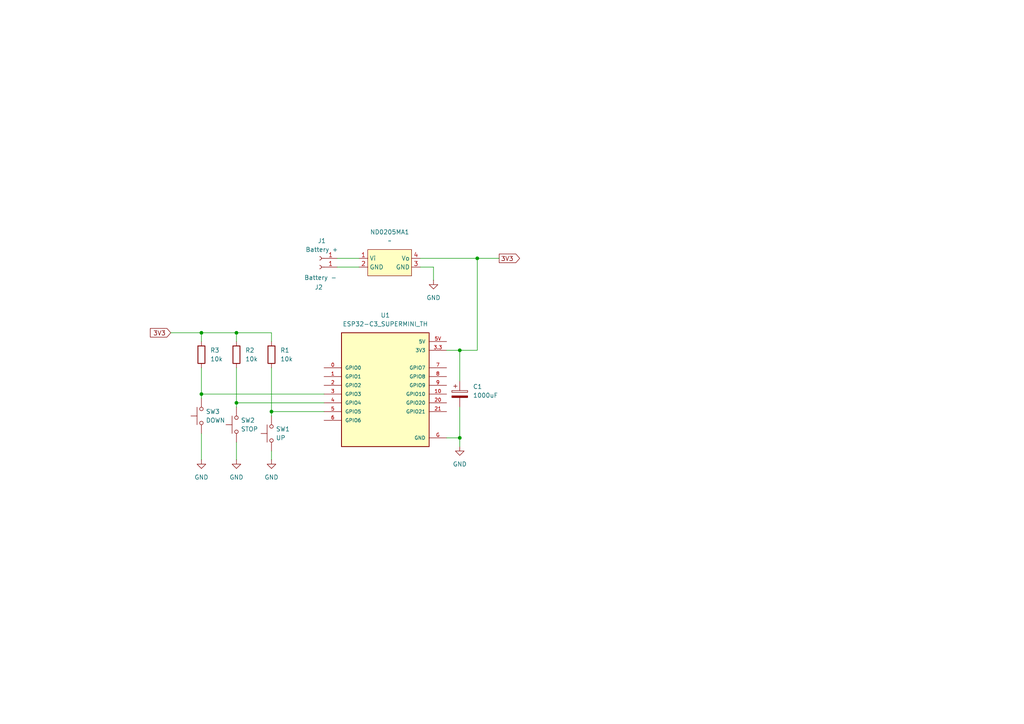
<source format=kicad_sch>
(kicad_sch (version 20250114) (generator "eeschema") (generator_version "9.0")
  (paper "A4")
  (lib_symbols
    (symbol "Connector:Conn_01x01_Socket" (pin_names (offset 1.016) (hide yes))
      (property "Reference" "J" (at 0 2.54 0))
      (property "Value" "Conn_01x01_Socket" (at 0 -2.54 0))
      (symbol "Conn_01x01_Socket_1_1"
        (polyline (pts (xy -1.27 0) (xy -0.508 0)) (stroke (width 0.1524)))
        (arc (start 0 -0.508) (mid -0.5058 0) (end 0 0.508) (stroke (width 0.1524)))
        (pin passive line (at -5.08 0 0) (length 3.81) (name "Pin_1") (number "1"))
      )
    )
    (symbol "Customs:ESP32-C3_SUPERMINI_TH" (pin_names (offset 1.016))
      (property "Reference" "U" (at -12.7 16.002 0))
      (property "Value" "ESP32-C3_SUPERMINI_TH" (at -12.7 -20.32 0))
      (symbol "ESP32-C3_SUPERMINI_TH_0_0"
        (rectangle (start -12.7 -17.78) (end 12.7 15.24) (stroke (width 0.254)) (fill (type background)))
        (pin bidirectional line (at -17.78 5.08 0) (length 5.08) (name "GPIO0") (number "0"))
        (pin bidirectional line (at -17.78 2.54 0) (length 5.08) (name "GPIO1") (number "1"))
        (pin bidirectional line (at -17.78 0 0) (length 5.08) (name "GPIO2") (number "2"))
        (pin bidirectional line (at -17.78 -2.54 0) (length 5.08) (name "GPIO3") (number "3"))
        (pin bidirectional line (at -17.78 -5.08 0) (length 5.08) (name "GPIO4") (number "4"))
        (pin bidirectional line (at -17.78 -7.62 0) (length 5.08) (name "GPIO5") (number "5"))
        (pin bidirectional line (at -17.78 -10.16 0) (length 5.08) (name "GPIO6") (number "6"))
        (pin power_in line (at 17.78 12.7 180) (length 5.08) (name "5V") (number "5V"))
        (pin power_in line (at 17.78 10.16 180) (length 5.08) (name "3V3") (number "3.3"))
        (pin bidirectional line (at 17.78 5.08 180) (length 5.08) (name "GPIO7") (number "7"))
        (pin bidirectional line (at 17.78 2.54 180) (length 5.08) (name "GPIO8") (number "8"))
        (pin bidirectional line (at 17.78 0 180) (length 5.08) (name "GPIO9") (number "9"))
        (pin bidirectional line (at 17.78 -2.54 180) (length 5.08) (name "GPIO10") (number "10"))
        (pin bidirectional line (at 17.78 -5.08 180) (length 5.08) (name "GPIO20") (number "20"))
        (pin bidirectional line (at 17.78 -7.62 180) (length 5.08) (name "GPIO21") (number "21"))
        (pin power_in line (at 17.78 -15.24 180) (length 5.08) (name "GND") (number "G"))
      )
    )
    (symbol "Customs:ND0205MA"
      (property "Reference" "ND0205MA" (at 6.096 1.016 0))
      (symbol "ND0205MA_1_1"
        (rectangle (start 0 0) (end 12.7 -7.62) (fill (type background)))
        (pin input line (at -2.54 -2.54 0) (length 2.54) (name "Vi") (number "1"))
        (pin input line (at -2.54 -5.08 0) (length 2.54) (name "GND") (number "2"))
        (pin output line (at 15.24 -2.54 180) (length 2.54) (name "Vo") (number "4"))
        (pin output line (at 15.24 -5.08 180) (length 2.54) (name "GND") (number "3"))
      )
    )
    (symbol "Device:C_Polarized" (pin_numbers (hide yes)) (pin_names (offset 0.254))
      (property "Reference" "C" (at 0.635 2.54 0))
      (property "Value" "C_Polarized" (at 0.635 -2.54 0))
      (symbol "C_Polarized_0_1"
        (rectangle (start -2.286 0.508) (end 2.286 1.016))
        (polyline (pts (xy -1.778 2.286) (xy -0.762 2.286)))
        (polyline (pts (xy -1.27 2.794) (xy -1.27 1.778)))
        (rectangle (start 2.286 -0.508) (end -2.286 -1.016) (fill (type outline)))
      )
      (symbol "C_Polarized_1_1"
        (pin passive line (at 0 3.81 270) (length 2.794) (name "~") (number "1"))
        (pin passive line (at 0 -3.81 90) (length 2.794) (name "~") (number "2"))
      )
    )
    (symbol "Device:R" (pin_numbers (hide yes)) (pin_names (offset 0))
      (property "Reference" "R" (at 2.032 0 90))
      (property "Value" "R" (at 0 0 90))
      (symbol "R_0_1"
        (rectangle (start -1.016 -2.54) (end 1.016 2.54) (stroke (width 0.254)))
      )
      (symbol "R_1_1"
        (pin passive line (at 0 3.81 270) (length 1.27) (name "~") (number "1"))
        (pin passive line (at 0 -3.81 90) (length 1.27) (name "~") (number "2"))
      )
    )
    (symbol "Switch:SW_Push" (pin_numbers (hide yes)) (pin_names (offset 1.016) (hide yes))
      (property "Reference" "SW" (at 1.27 2.54 0))
      (property "Value" "SW_Push" (at 0 -1.524 0))
      (symbol "SW_Push_0_1"
        (circle (center -2.032 0) (radius 0.508))
        (polyline (pts (xy 0 1.27) (xy 0 3.048)))
        (circle (center 2.032 0) (radius 0.508))
        (polyline (pts (xy 2.54 1.27) (xy -2.54 1.27)))
        (pin passive line (at -5.08 0 0) (length 2.54) (name "1") (number "1"))
        (pin passive line (at 5.08 0 180) (length 2.54) (name "2") (number "2"))
      )
    )
    (symbol "power:GND" (power) (pin_numbers (hide yes)) (pin_names (offset 0) (hide yes))
      (property "Value" "GND" (at 0 -3.81 0))
      (symbol "GND_0_1"
        (polyline (pts (xy 0 0) (xy 0 -1.27) (xy 1.27 -1.27) (xy 0 -2.54) (xy -1.27 -1.27) (xy 0 -1.27)))
      )
      (symbol "GND_1_1"
        (pin power_in line (at 0 0 270) (length 0) (name "~") (number "1"))
      )
    )
  )
  (junction (at 58.42 114.3))
  (junction (at 68.58 96.52))
  (junction (at 133.35 127))
  (junction (at 58.42 96.52))
  (junction (at 78.74 119.38))
  (junction (at 68.58 116.84))
  (junction (at 138.43 74.93))
  (junction (at 133.35 101.6))
  (wire (pts (xy 138.43 74.93) (xy 138.43 101.6)))
  (wire (pts (xy 58.42 125.73) (xy 58.42 133.35)))
  (wire (pts (xy 68.58 96.52) (xy 78.74 96.52)))
  (wire (pts (xy 129.54 127) (xy 133.35 127)))
  (wire (pts (xy 121.92 74.93) (xy 138.43 74.93)))
  (wire (pts (xy 68.58 99.06) (xy 68.58 96.52)))
  (wire (pts (xy 121.92 77.47) (xy 125.73 77.47)))
  (wire (pts (xy 78.74 119.38) (xy 93.98 119.38)))
  (wire (pts (xy 97.79 74.93) (xy 104.14 74.93)))
  (wire (pts (xy 125.73 77.47) (xy 125.73 81.28)))
  (wire (pts (xy 68.58 128.27) (xy 68.58 133.35)))
  (wire (pts (xy 133.35 127) (xy 133.35 129.54)))
  (wire (pts (xy 133.35 101.6) (xy 133.35 110.49)))
  (wire (pts (xy 68.58 116.84) (xy 93.98 116.84)))
  (wire (pts (xy 78.74 99.06) (xy 78.74 96.52)))
  (wire (pts (xy 144.78 74.93) (xy 138.43 74.93)))
  (wire (pts (xy 49.53 96.52) (xy 58.42 96.52)))
  (wire (pts (xy 78.74 130.81) (xy 78.74 133.35)))
  (wire (pts (xy 97.79 77.47) (xy 104.14 77.47)))
  (wire (pts (xy 58.42 106.68) (xy 58.42 114.3)))
  (wire (pts (xy 58.42 114.3) (xy 58.42 115.57)))
  (wire (pts (xy 78.74 119.38) (xy 78.74 120.65)))
  (wire (pts (xy 58.42 96.52) (xy 58.42 99.06)))
  (wire (pts (xy 133.35 118.11) (xy 133.35 127)))
  (wire (pts (xy 78.74 106.68) (xy 78.74 119.38)))
  (wire (pts (xy 138.43 101.6) (xy 133.35 101.6)))
  (wire (pts (xy 58.42 96.52) (xy 68.58 96.52)))
  (wire (pts (xy 68.58 106.68) (xy 68.58 116.84)))
  (wire (pts (xy 133.35 101.6) (xy 129.54 101.6)))
  (wire (pts (xy 58.42 114.3) (xy 93.98 114.3)))
  (wire (pts (xy 68.58 116.84) (xy 68.58 118.11)))
  (global_label "3V3" (shape input) (at 49.53 96.52 180) (property "Intersheetrefs" "${INTERSHEET_REFS}" (effects (hide yes))))
  (global_label "3V3" (shape output) (at 144.78 74.93 0) (property "Intersheetrefs" "${INTERSHEET_REFS}" (effects (hide yes))))
  (symbol (lib_id "Connector:Conn_01x01_Socket") (at 92.71 74.93 180) (unit 1)
    (property "Reference" "J1" (at 93.345 69.85 0))
    (property "Value" "Battery +" (at 93.345 72.39 0))
    (property "Footprint" "TestPoint:TestPoint_THTPad_2.0x2.0mm_Drill1.0mm" (effects (hide yes)))
    (property "Description" "Generic connector, single row, 01x01, script generated" (effects (hide yes)))
  )
  (symbol (lib_id "Customs:ESP32-C3_SUPERMINI_TH") (at 111.76 111.76 0) (unit 1)
    (property "Reference" "U1" (at 111.76 91.44 0))
    (property "Value" "ESP32-C3_SUPERMINI_TH" (at 111.76 93.98 0))
    (property "Footprint" "Customs:MODULE_ESP32-C3_SUPERMINI_TH" (effects (hide yes)))
    (property "Description_1" "Super tiny ESP32-C3 board" (effects (hide yes)))
  )
  (symbol (lib_id "power:GND") (at 78.74 133.35 0) (unit 1)
    (property "Reference" "#PWR03" (effects (hide yes)))
    (property "Value" "GND" (at 78.74 138.43 0))
    (property "Description" "Power symbol creates a global label with name \"GND\" , ground" (effects (hide yes)))
  )
  (symbol (lib_id "power:GND") (at 58.42 133.35 0) (unit 1)
    (property "Reference" "#PWR05" (effects (hide yes)))
    (property "Value" "GND" (at 58.42 138.43 0))
    (property "Description" "Power symbol creates a global label with name \"GND\" , ground" (effects (hide yes)))
  )
  (symbol (lib_id "Switch:SW_Push") (at 58.42 120.65 90) (unit 1)
    (property "Reference" "SW3" (at 59.69 119.3799 90) (effects (justify right)))
    (property "Value" "DOWN" (at 59.69 121.9199 90) (effects (justify right)))
    (property "Footprint" "Button_Switch_THT:SW_PUSH_6mm_H5mm" (effects (hide yes)))
    (property "Description" "Push button switch, generic, two pins" (effects (hide yes)))
  )
  (symbol (lib_id "Device:R") (at 68.58 102.87 0) (unit 1)
    (property "Reference" "R2" (at 71.12 101.5999 0) (effects (justify left)))
    (property "Value" "10k" (at 71.12 104.1399 0) (effects (justify left)))
    (property "Footprint" "Resistor_THT:R_Axial_DIN0204_L3.6mm_D1.6mm_P5.08mm_Horizontal" (effects (hide yes)))
    (property "Description" "Resistor" (effects (hide yes)))
  )
  (symbol (lib_id "power:GND") (at 125.73 81.28 0) (unit 1)
    (property "Reference" "#PWR01" (effects (hide yes)))
    (property "Value" "GND" (at 125.73 86.36 0))
    (property "Description" "Power symbol creates a global label with name \"GND\" , ground" (effects (hide yes)))
  )
  (symbol (lib_id "Switch:SW_Push") (at 78.74 125.73 90) (unit 1)
    (property "Reference" "SW1" (at 80.01 124.4599 90) (effects (justify right)))
    (property "Value" "UP" (at 80.01 126.9999 90) (effects (justify right)))
    (property "Footprint" "Button_Switch_THT:SW_PUSH_6mm_H5mm" (effects (hide yes)))
    (property "Description" "Push button switch, generic, two pins" (effects (hide yes)))
  )
  (symbol (lib_id "Device:R") (at 78.74 102.87 0) (unit 1)
    (property "Reference" "R1" (at 81.28 101.5999 0) (effects (justify left)))
    (property "Value" "10k" (at 81.28 104.1399 0) (effects (justify left)))
    (property "Footprint" "Resistor_THT:R_Axial_DIN0204_L3.6mm_D1.6mm_P5.08mm_Horizontal" (effects (hide yes)))
    (property "Description" "Resistor" (effects (hide yes)))
  )
  (symbol (lib_id "power:GND") (at 68.58 133.35 0) (unit 1)
    (property "Reference" "#PWR04" (effects (hide yes)))
    (property "Value" "GND" (at 68.58 138.43 0))
    (property "Description" "Power symbol creates a global label with name \"GND\" , ground" (effects (hide yes)))
  )
  (symbol (lib_id "Connector:Conn_01x01_Socket") (at 92.71 77.47 180) (unit 1)
    (property "Reference" "J2" (at 92.456 83.312 0))
    (property "Value" "Battery -" (at 92.964 80.518 0))
    (property "Footprint" "TestPoint:TestPoint_THTPad_2.0x2.0mm_Drill1.0mm" (effects (hide yes)))
    (property "Description" "Generic connector, single row, 01x01, script generated" (effects (hide yes)))
  )
  (symbol (lib_id "Customs:ND0205MA") (at 106.68 72.39 0) (unit 1)
    (property "Reference" "ND0205MA1" (at 113.03 67.31 0))
    (property "Value" "~" (at 113.03 69.85 0))
    (property "Footprint" "Customs:ND0205MA" (effects (hide yes)))
  )
  (symbol (lib_id "Device:R") (at 58.42 102.87 0) (unit 1)
    (property "Reference" "R3" (at 60.96 101.5999 0) (effects (justify left)))
    (property "Value" "10k" (at 60.96 104.1399 0) (effects (justify left)))
    (property "Footprint" "Resistor_THT:R_Axial_DIN0204_L3.6mm_D1.6mm_P5.08mm_Horizontal" (effects (hide yes)))
    (property "Description" "Resistor" (effects (hide yes)))
  )
  (symbol (lib_id "power:GND") (at 133.35 129.54 0) (unit 1)
    (property "Reference" "#PWR02" (effects (hide yes)))
    (property "Value" "GND" (at 133.35 134.62 0))
    (property "Description" "Power symbol creates a global label with name \"GND\" , ground" (effects (hide yes)))
  )
  (symbol (lib_id "Device:C_Polarized") (at 133.35 114.3 0) (unit 1)
    (property "Reference" "C1" (at 137.16 112.1409 0) (effects (justify left)))
    (property "Value" "1000uF" (at 137.16 114.6809 0) (effects (justify left)))
    (property "Footprint" "Capacitor_THT:CP_Radial_D8.0mm_P3.50mm" (effects (hide yes)))
    (property "Description" "Polarized capacitor" (effects (hide yes)))
  )
  (symbol (lib_id "Switch:SW_Push") (at 68.58 123.19 90) (unit 1)
    (property "Reference" "SW2" (at 69.85 121.9199 90) (effects (justify right)))
    (property "Value" "STOP" (at 69.85 124.4599 90) (effects (justify right)))
    (property "Footprint" "Button_Switch_THT:SW_PUSH_6mm_H5mm" (effects (hide yes)))
    (property "Description" "Push button switch, generic, two pins" (effects (hide yes)))
  )
)
</source>
